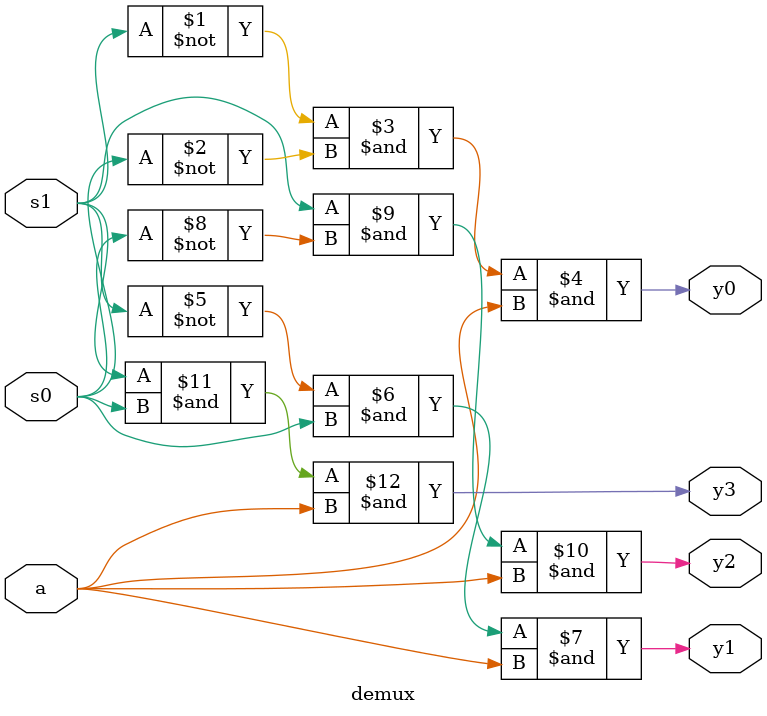
<source format=v>
`timescale 1ns / 1ps

module demux(
input s1, s0, a,
output y3, y2, y1, y0
    );
assign y0 = ~s1 & ~s0 & a;
assign y1 = ~s1 & s0 & a;
assign y2 = s1 & ~s0 & a;
assign y3 = s1 & s0 & a;
endmodule

</source>
